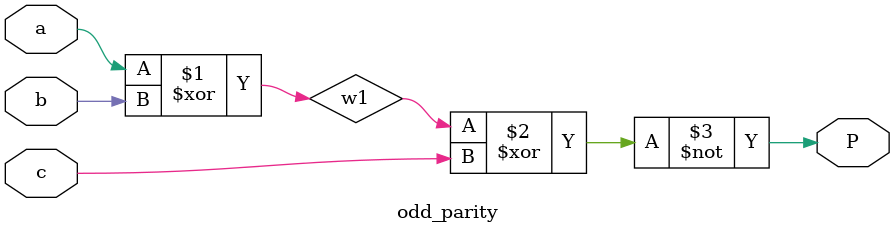
<source format=v>
`timescale 1ns / 1ps

// PFA truth table and circuit diagram for each code
module odd_parity(
    input a,
    input b,
    input c,
    output P
    );
	wire w1;
	xor (w1, a,b);
	xnor (P, w1,c);

endmodule

</source>
